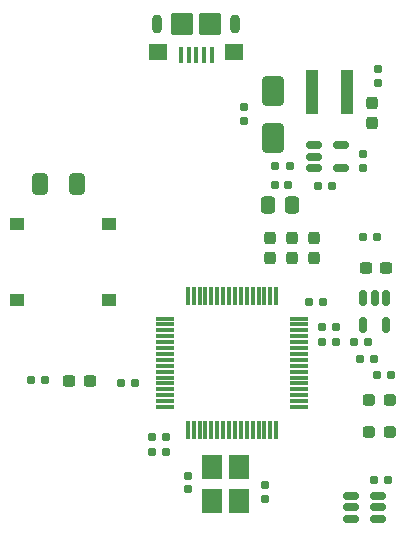
<source format=gbr>
%TF.GenerationSoftware,KiCad,Pcbnew,8.0.5*%
%TF.CreationDate,2024-10-08T14:31:27-07:00*%
%TF.ProjectId,USB_SPDTK2,5553425f-5350-4445-944b-322e6b696361,rev?*%
%TF.SameCoordinates,Original*%
%TF.FileFunction,Paste,Top*%
%TF.FilePolarity,Positive*%
%FSLAX46Y46*%
G04 Gerber Fmt 4.6, Leading zero omitted, Abs format (unit mm)*
G04 Created by KiCad (PCBNEW 8.0.5) date 2024-10-08 14:31:27*
%MOMM*%
%LPD*%
G01*
G04 APERTURE LIST*
G04 Aperture macros list*
%AMRoundRect*
0 Rectangle with rounded corners*
0 $1 Rounding radius*
0 $2 $3 $4 $5 $6 $7 $8 $9 X,Y pos of 4 corners*
0 Add a 4 corners polygon primitive as box body*
4,1,4,$2,$3,$4,$5,$6,$7,$8,$9,$2,$3,0*
0 Add four circle primitives for the rounded corners*
1,1,$1+$1,$2,$3*
1,1,$1+$1,$4,$5*
1,1,$1+$1,$6,$7*
1,1,$1+$1,$8,$9*
0 Add four rect primitives between the rounded corners*
20,1,$1+$1,$2,$3,$4,$5,0*
20,1,$1+$1,$4,$5,$6,$7,0*
20,1,$1+$1,$6,$7,$8,$9,0*
20,1,$1+$1,$8,$9,$2,$3,0*%
G04 Aperture macros list end*
%ADD10RoundRect,0.155000X0.155000X-0.212500X0.155000X0.212500X-0.155000X0.212500X-0.155000X-0.212500X0*%
%ADD11RoundRect,0.155000X-0.212500X-0.155000X0.212500X-0.155000X0.212500X0.155000X-0.212500X0.155000X0*%
%ADD12RoundRect,0.075000X0.075000X-0.700000X0.075000X0.700000X-0.075000X0.700000X-0.075000X-0.700000X0*%
%ADD13RoundRect,0.075000X0.700000X-0.075000X0.700000X0.075000X-0.700000X0.075000X-0.700000X-0.075000X0*%
%ADD14R,1.100000X3.700000*%
%ADD15RoundRect,0.155000X0.212500X0.155000X-0.212500X0.155000X-0.212500X-0.155000X0.212500X-0.155000X0*%
%ADD16RoundRect,0.237500X0.287500X0.237500X-0.287500X0.237500X-0.287500X-0.237500X0.287500X-0.237500X0*%
%ADD17RoundRect,0.160000X0.160000X-0.197500X0.160000X0.197500X-0.160000X0.197500X-0.160000X-0.197500X0*%
%ADD18RoundRect,0.237500X0.300000X0.237500X-0.300000X0.237500X-0.300000X-0.237500X0.300000X-0.237500X0*%
%ADD19R,1.250000X1.000000*%
%ADD20RoundRect,0.160000X0.197500X0.160000X-0.197500X0.160000X-0.197500X-0.160000X0.197500X-0.160000X0*%
%ADD21RoundRect,0.237500X0.237500X-0.300000X0.237500X0.300000X-0.237500X0.300000X-0.237500X-0.300000X0*%
%ADD22RoundRect,0.237500X-0.237500X0.287500X-0.237500X-0.287500X0.237500X-0.287500X0.237500X0.287500X0*%
%ADD23RoundRect,0.150000X-0.512500X-0.150000X0.512500X-0.150000X0.512500X0.150000X-0.512500X0.150000X0*%
%ADD24RoundRect,0.160000X-0.160000X0.197500X-0.160000X-0.197500X0.160000X-0.197500X0.160000X0.197500X0*%
%ADD25RoundRect,0.150000X-0.150000X0.512500X-0.150000X-0.512500X0.150000X-0.512500X0.150000X0.512500X0*%
%ADD26RoundRect,0.250000X-0.412500X-0.650000X0.412500X-0.650000X0.412500X0.650000X-0.412500X0.650000X0*%
%ADD27RoundRect,0.250000X0.650000X-1.000000X0.650000X1.000000X-0.650000X1.000000X-0.650000X-1.000000X0*%
%ADD28RoundRect,0.160000X-0.197500X-0.160000X0.197500X-0.160000X0.197500X0.160000X-0.197500X0.160000X0*%
%ADD29R,1.800000X2.100000*%
%ADD30RoundRect,0.155000X-0.155000X0.212500X-0.155000X-0.212500X0.155000X-0.212500X0.155000X0.212500X0*%
%ADD31RoundRect,0.237500X-0.300000X-0.237500X0.300000X-0.237500X0.300000X0.237500X-0.300000X0.237500X0*%
%ADD32RoundRect,0.250000X0.337500X0.475000X-0.337500X0.475000X-0.337500X-0.475000X0.337500X-0.475000X0*%
%ADD33RoundRect,0.100000X0.100000X0.575000X-0.100000X0.575000X-0.100000X-0.575000X0.100000X-0.575000X0*%
%ADD34O,0.900000X1.600000*%
%ADD35RoundRect,0.250000X0.550000X0.450000X-0.550000X0.450000X-0.550000X-0.450000X0.550000X-0.450000X0*%
%ADD36RoundRect,0.250000X0.700000X0.700000X-0.700000X0.700000X-0.700000X-0.700000X0.700000X-0.700000X0*%
G04 APERTURE END LIST*
D10*
%TO.C,C18*%
X129800000Y-105367500D03*
X129800000Y-104232500D03*
%TD*%
D11*
%TO.C,C8*%
X133565000Y-88700000D03*
X134700000Y-88700000D03*
%TD*%
D12*
%TO.C,U4*%
X123275000Y-99525000D03*
X123775000Y-99525000D03*
X124275000Y-99525000D03*
X124775000Y-99525000D03*
X125275000Y-99525000D03*
X125775000Y-99525000D03*
X126275000Y-99525000D03*
X126775000Y-99525000D03*
X127275000Y-99525000D03*
X127775000Y-99525000D03*
X128275000Y-99525000D03*
X128775000Y-99525000D03*
X129275000Y-99525000D03*
X129775000Y-99525000D03*
X130275000Y-99525000D03*
X130775000Y-99525000D03*
D13*
X132700000Y-97600000D03*
X132700000Y-97100000D03*
X132700000Y-96600000D03*
X132700000Y-96100000D03*
X132700000Y-95600000D03*
X132700000Y-95100000D03*
X132700000Y-94600000D03*
X132700000Y-94100000D03*
X132700000Y-93600000D03*
X132700000Y-93100000D03*
X132700000Y-92600000D03*
X132700000Y-92100000D03*
X132700000Y-91600000D03*
X132700000Y-91100000D03*
X132700000Y-90600000D03*
X132700000Y-90100000D03*
D12*
X130775000Y-88175000D03*
X130275000Y-88175000D03*
X129775000Y-88175000D03*
X129275000Y-88175000D03*
X128775000Y-88175000D03*
X128275000Y-88175000D03*
X127775000Y-88175000D03*
X127275000Y-88175000D03*
X126775000Y-88175000D03*
X126275000Y-88175000D03*
X125775000Y-88175000D03*
X125275000Y-88175000D03*
X124775000Y-88175000D03*
X124275000Y-88175000D03*
X123775000Y-88175000D03*
X123275000Y-88175000D03*
D13*
X121350000Y-90100000D03*
X121350000Y-90600000D03*
X121350000Y-91100000D03*
X121350000Y-91600000D03*
X121350000Y-92100000D03*
X121350000Y-92600000D03*
X121350000Y-93100000D03*
X121350000Y-93600000D03*
X121350000Y-94100000D03*
X121350000Y-94600000D03*
X121350000Y-95100000D03*
X121350000Y-95600000D03*
X121350000Y-96100000D03*
X121350000Y-96600000D03*
X121350000Y-97100000D03*
X121350000Y-97600000D03*
%TD*%
D11*
%TO.C,C5*%
X137900000Y-93500000D03*
X139035000Y-93500000D03*
%TD*%
D14*
%TO.C,L1*%
X136800000Y-70900000D03*
X133800000Y-70900000D03*
%TD*%
D15*
%TO.C,C7*%
X121400000Y-101400000D03*
X120265000Y-101400000D03*
%TD*%
D16*
%TO.C,D3*%
X140375000Y-99700000D03*
X138625000Y-99700000D03*
%TD*%
D17*
%TO.C,R3*%
X138100000Y-77395000D03*
X138100000Y-76200000D03*
%TD*%
D18*
%TO.C,C15*%
X114962500Y-95400000D03*
X113237500Y-95400000D03*
%TD*%
D19*
%TO.C,SW2*%
X116575000Y-82100000D03*
X108825000Y-82100000D03*
%TD*%
D17*
%TO.C,R2*%
X139400000Y-70197500D03*
X139400000Y-69002500D03*
%TD*%
D20*
%TO.C,R5*%
X135497500Y-78900000D03*
X134302500Y-78900000D03*
%TD*%
D21*
%TO.C,C1*%
X138900000Y-73562500D03*
X138900000Y-71837500D03*
%TD*%
D22*
%TO.C,D6*%
X130200000Y-83250000D03*
X130200000Y-85000000D03*
%TD*%
D23*
%TO.C,U1*%
X133962500Y-75450000D03*
X133962500Y-76400000D03*
X133962500Y-77350000D03*
X136237500Y-77350000D03*
X136237500Y-75450000D03*
%TD*%
D11*
%TO.C,C20*%
X139065000Y-103800000D03*
X140200000Y-103800000D03*
%TD*%
D24*
%TO.C,R1*%
X128000000Y-72202500D03*
X128000000Y-73397500D03*
%TD*%
D22*
%TO.C,D4*%
X134000000Y-83250000D03*
X134000000Y-85000000D03*
%TD*%
D25*
%TO.C,U2*%
X140050000Y-88362500D03*
X139100000Y-88362500D03*
X138150000Y-88362500D03*
X138150000Y-90637500D03*
X140050000Y-90637500D03*
%TD*%
D26*
%TO.C,C21*%
X110737500Y-78700000D03*
X113862500Y-78700000D03*
%TD*%
D27*
%TO.C,D1*%
X130500000Y-74800000D03*
X130500000Y-70800000D03*
%TD*%
D28*
%TO.C,R10*%
X117602500Y-95600000D03*
X118797500Y-95600000D03*
%TD*%
D11*
%TO.C,C12*%
X120265000Y-100100000D03*
X121400000Y-100100000D03*
%TD*%
D20*
%TO.C,R4*%
X131897500Y-77200000D03*
X130702500Y-77200000D03*
%TD*%
%TO.C,R16*%
X135800000Y-92100000D03*
X134605000Y-92100000D03*
%TD*%
D29*
%TO.C,Y1*%
X125300000Y-102650000D03*
X125300000Y-105550000D03*
X127600000Y-105550000D03*
X127600000Y-102650000D03*
%TD*%
D22*
%TO.C,D5*%
X132100000Y-83250000D03*
X132100000Y-85000000D03*
%TD*%
D15*
%TO.C,C19*%
X135800000Y-90800000D03*
X134665000Y-90800000D03*
%TD*%
D30*
%TO.C,C17*%
X123300000Y-103432500D03*
X123300000Y-104567500D03*
%TD*%
D31*
%TO.C,C4*%
X138337500Y-85800000D03*
X140062500Y-85800000D03*
%TD*%
D32*
%TO.C,C3*%
X132137500Y-80500000D03*
X130062500Y-80500000D03*
%TD*%
D23*
%TO.C,U5*%
X137125000Y-105150000D03*
X137125000Y-106100000D03*
X137125000Y-107050000D03*
X139400000Y-107050000D03*
X139400000Y-106100000D03*
X139400000Y-105150000D03*
%TD*%
D28*
%TO.C,R8*%
X110002500Y-95300000D03*
X111197500Y-95300000D03*
%TD*%
D20*
%TO.C,R6*%
X140500000Y-94900000D03*
X139305000Y-94900000D03*
%TD*%
D16*
%TO.C,D7*%
X140375000Y-97000000D03*
X138625000Y-97000000D03*
%TD*%
D11*
%TO.C,C2*%
X130665000Y-78800000D03*
X131800000Y-78800000D03*
%TD*%
D20*
%TO.C,R7*%
X139300000Y-83200000D03*
X138105000Y-83200000D03*
%TD*%
D11*
%TO.C,C6*%
X137365000Y-92100000D03*
X138500000Y-92100000D03*
%TD*%
D33*
%TO.C,J1*%
X125300000Y-67800000D03*
X124650000Y-67800000D03*
X124000000Y-67800000D03*
X123350000Y-67800000D03*
X122700000Y-67800000D03*
D34*
X127300000Y-65125000D03*
D35*
X127200000Y-67575000D03*
D36*
X125200000Y-65125000D03*
X122800000Y-65125000D03*
D35*
X120800000Y-67575000D03*
D34*
X120700000Y-65125000D03*
%TD*%
D19*
%TO.C,SW1*%
X116575000Y-88500000D03*
X108825000Y-88500000D03*
%TD*%
M02*

</source>
